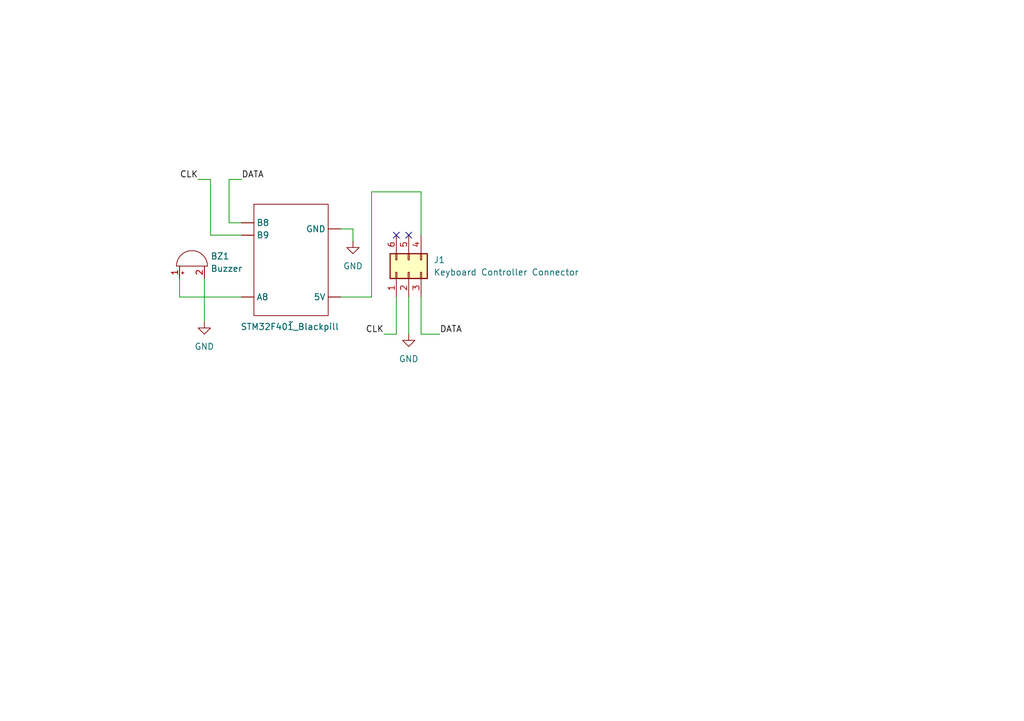
<source format=kicad_sch>
(kicad_sch (version 20250114) (generator "eeschema") (generator_version "9.0")
  (paper "A5")
  (title_block (title "Model M 122 Converter") (date "2025-03-23") (rev "1"))
  (lib_symbols
    (symbol "Connector_Generic:Conn_02x03_Counter_Clockwise" (pin_names (offset 1.016) (hide yes))
      (property "Reference" "J" (at 1.27 5.08 0))
      (property "Value" "Conn_02x03_Counter_Clockwise" (at 1.27 -5.08 0))
      (symbol "Conn_02x03_Counter_Clockwise_1_1"
        (rectangle (start -1.27 3.81) (end 3.81 -3.81) (stroke (width 0.254)) (fill (type background)))
        (rectangle (start -1.27 2.667) (end 0 2.413) (stroke (width 0.1524)))
        (rectangle (start -1.27 0.127) (end 0 -0.127) (stroke (width 0.1524)))
        (rectangle (start -1.27 -2.413) (end 0 -2.667) (stroke (width 0.1524)))
        (rectangle (start 3.81 2.667) (end 2.54 2.413) (stroke (width 0.1524)))
        (rectangle (start 3.81 0.127) (end 2.54 -0.127) (stroke (width 0.1524)))
        (rectangle (start 3.81 -2.413) (end 2.54 -2.667) (stroke (width 0.1524)))
        (pin passive line (at -5.08 2.54 0) (length 3.81) (name "Pin_1") (number "1"))
        (pin passive line (at -5.08 0 0) (length 3.81) (name "Pin_2") (number "2"))
        (pin passive line (at -5.08 -2.54 0) (length 3.81) (name "Pin_3") (number "3"))
        (pin passive line (at 7.62 2.54 180) (length 3.81) (name "Pin_6") (number "6"))
        (pin passive line (at 7.62 0 180) (length 3.81) (name "Pin_5") (number "5"))
        (pin passive line (at 7.62 -2.54 180) (length 3.81) (name "Pin_4") (number "4"))
      )
    )
    (symbol "Device:Buzzer" (pin_names (offset 0.0254) (hide yes))
      (property "Reference" "BZ" (at 3.81 1.27 0))
      (property "Value" "Buzzer" (at 3.81 -1.27 0))
      (symbol "Buzzer_0_1"
        (polyline (pts (xy -1.651 1.905) (xy -1.143 1.905)))
        (polyline (pts (xy -1.397 2.159) (xy -1.397 1.651)))
        (arc (start 0 3.175) (mid 3.1612 0) (end 0 -3.175))
        (polyline (pts (xy 0 3.175) (xy 0 -3.175)))
      )
      (symbol "Buzzer_1_1"
        (pin passive line (at -2.54 2.54 0) (length 2.54) (name "+") (number "1"))
        (pin passive line (at -2.54 -2.54 0) (length 2.54) (name "-") (number "2"))
      )
    )
    (symbol "blckpill:stm32f401_blackpill_reduced"
      (property "Reference" "STM32F401_Blackpill_Reduced" (at 4.572 7.366 0))
      (symbol "stm32f401_blackpill_reduced_0_1"
        (rectangle (start -3.81 5.08) (end 11.43 -17.78))
      )
      (symbol "stm32f401_blackpill_reduced_1_1"
        (pin input line (at -6.35 1.27 0) (length 2.54) (name "5V") (number ""))
        (pin input line (at -6.35 -12.7 0) (length 2.54) (name "GND") (number ""))
        (pin output line (at 13.97 1.27 180) (length 2.54) (name "A8") (number ""))
        (pin input line (at 13.97 -11.43 180) (length 2.54) (name "B9") (number ""))
        (pin input line (at 13.97 -13.97 180) (length 2.54) (name "B8") (number ""))
      )
    )
    (symbol "power:GND" (power) (pin_numbers (hide yes)) (pin_names (offset 0) (hide yes))
      (property "Value" "GND" (at 0 -3.81 0))
      (symbol "GND_0_1"
        (polyline (pts (xy 0 0) (xy 0 -1.27) (xy 1.27 -1.27) (xy 0 -2.54) (xy -1.27 -1.27) (xy 0 -1.27)))
      )
      (symbol "GND_1_1"
        (pin power_in line (at 0 0 270) (length 0) (name "~") (number "1"))
      )
    )
  )
  (no_connect (at 81.28 48.26))
  (no_connect (at 83.82 48.26))
  (wire (pts (xy 72.39 46.99) (xy 72.39 49.53)))
  (wire (pts (xy 49.53 48.26) (xy 43.18 48.26)))
  (wire (pts (xy 78.74 68.58) (xy 81.28 68.58)))
  (wire (pts (xy 83.82 60.96) (xy 83.82 68.58)))
  (wire (pts (xy 76.2 39.37) (xy 86.36 39.37)))
  (wire (pts (xy 49.53 45.72) (xy 46.99 45.72)))
  (wire (pts (xy 49.53 60.96) (xy 36.83 60.96)))
  (wire (pts (xy 69.85 60.96) (xy 76.2 60.96)))
  (wire (pts (xy 86.36 60.96) (xy 86.36 68.58)))
  (wire (pts (xy 76.2 60.96) (xy 76.2 39.37)))
  (wire (pts (xy 43.18 36.83) (xy 43.18 48.26)))
  (wire (pts (xy 41.91 57.15) (xy 41.91 66.04)))
  (wire (pts (xy 46.99 36.83) (xy 49.53 36.83)))
  (wire (pts (xy 81.28 60.96) (xy 81.28 68.58)))
  (wire (pts (xy 69.85 46.99) (xy 72.39 46.99)))
  (wire (pts (xy 40.64 36.83) (xy 43.18 36.83)))
  (wire (pts (xy 86.36 39.37) (xy 86.36 48.26)))
  (wire (pts (xy 36.83 60.96) (xy 36.83 57.15)))
  (wire (pts (xy 46.99 36.83) (xy 46.99 45.72)))
  (wire (pts (xy 86.36 68.58) (xy 90.17 68.58)))
  (label "CLK" (at 78.74 68.58 180))
  (label "DATA" (at 49.53 36.83 0))
  (label "CLK" (at 40.64 36.83 180))
  (label "DATA" (at 90.17 68.58 0))
  (symbol (lib_id "power:GND") (at 83.82 68.58 0) (unit 1)
    (property "Reference" "#PWR02" (effects (hide yes)))
    (property "Value" "GND" (at 83.82 73.66 0))
    (property "Description" "Power symbol creates a global label with name \"GND\" , ground" (effects (hide yes)))
  )
  (symbol (lib_id "power:GND") (at 72.39 49.53 0) (unit 1)
    (property "Reference" "#PWR03" (effects (hide yes)))
    (property "Value" "GND" (at 72.39 54.61 0))
    (property "Description" "Power symbol creates a global label with name \"GND\" , ground" (effects (hide yes)))
  )
  (symbol (lib_id "power:GND") (at 41.91 66.04 0) (unit 1)
    (property "Reference" "#PWR01" (effects (hide yes)))
    (property "Value" "GND" (at 41.91 71.12 0))
    (property "Description" "Power symbol creates a global label with name \"GND\" , ground" (effects (hide yes)))
  )
  (symbol (lib_id "Connector_Generic:Conn_02x03_Counter_Clockwise") (at 83.82 55.88 90) (unit 1)
    (property "Reference" "J1" (at 88.9 53.3399 90) (effects (justify right)))
    (property "Value" "Keyboard Controller Connector" (at 88.9 55.8799 90) (effects (justify right)))
    (property "Description" "Generic connector, double row, 02x03, counter clockwise pin numbering scheme (similar to DIP package numbering), script generated (kicad-library-utils/schlib/autogen/connector/)" (effects (hide yes)))
  )
  (symbol (lib_id "blckpill:stm32f401_blackpill_reduced") (at 63.5 59.69 180) (unit 1)
    (property "Reference" "STM32F401_Blackpill" (at 59.436 67.056 0))
    (property "Value" "~" (at 59.69 66.04 0))
  )
  (symbol (lib_id "Device:Buzzer") (at 39.37 54.61 90) (unit 1)
    (property "Reference" "BZ1" (at 43.18 52.5848 90) (effects (justify right)))
    (property "Value" "Buzzer" (at 43.18 55.1248 90) (effects (justify right)))
    (property "Description" "Buzzer, polarized" (effects (hide yes)))
  )
)
</source>
